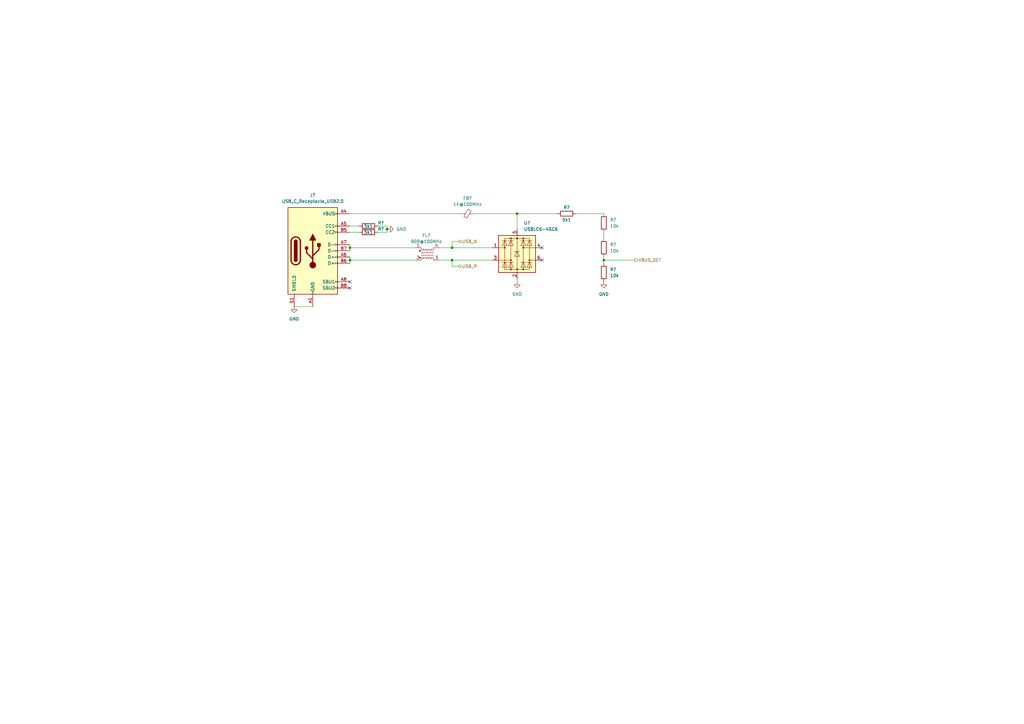
<source format=kicad_sch>
(kicad_sch (version 20211123) (generator eeschema)
  (paper "A3")
  (title_block (title "Kirdy") (date "2022-07-03") (rev "r0.1") (company "M-Labs") (comment 1 "Alex Wong Tat Hang"))
  (lib_symbols
    (symbol "Connector:USB_C_Receptacle_USB2.0" (pin_names (offset 1.016))
      (property "Reference" "J" (at -10.16 19.05 0))
      (property "Value" "USB_C_Receptacle_USB2.0" (at 19.05 19.05 0))
      (symbol "USB_C_Receptacle_USB2.0_0_0"
        (rectangle (start -0.254 -17.78) (end 0.254 -16.764))
        (rectangle (start 10.16 -14.986) (end 9.144 -15.494))
        (rectangle (start 10.16 -12.446) (end 9.144 -12.954))
        (rectangle (start 10.16 -4.826) (end 9.144 -5.334))
        (rectangle (start 10.16 -2.286) (end 9.144 -2.794))
        (rectangle (start 10.16 0.254) (end 9.144 -0.254))
        (rectangle (start 10.16 2.794) (end 9.144 2.286))
        (rectangle (start 10.16 7.874) (end 9.144 7.366))
        (rectangle (start 10.16 10.414) (end 9.144 9.906))
        (rectangle (start 10.16 15.494) (end 9.144 14.986))
      )
      (symbol "USB_C_Receptacle_USB2.0_0_1"
        (rectangle (start -10.16 17.78) (end 10.16 -17.78) (stroke (width 0.254)) (fill (type background)))
        (arc (start -8.89 -3.81) (mid -6.985 -5.715) (end -5.08 -3.81) (stroke (width 0.508)))
        (arc (start -7.62 -3.81) (mid -6.985 -4.445) (end -6.35 -3.81) (stroke (width 0.254)))
        (arc (start -7.62 -3.81) (mid -6.985 -4.445) (end -6.35 -3.81) (stroke (width 0.254)) (fill (type outline)))
        (rectangle (start -7.62 -3.81) (end -6.35 3.81) (stroke (width 0.254)) (fill (type outline)))
        (arc (start -6.35 3.81) (mid -6.985 4.445) (end -7.62 3.81) (stroke (width 0.254)))
        (arc (start -6.35 3.81) (mid -6.985 4.445) (end -7.62 3.81) (stroke (width 0.254)) (fill (type outline)))
        (arc (start -5.08 3.81) (mid -6.985 5.715) (end -8.89 3.81) (stroke (width 0.508)))
        (circle (center -2.54 1.143) (radius 0.635) (stroke (width 0.254)) (fill (type outline)))
        (circle (center 0 -5.842) (radius 1.27) (fill (type outline)))
        (polyline (pts (xy -8.89 -3.81) (xy -8.89 3.81)) (stroke (width 0.508)))
        (polyline (pts (xy -5.08 3.81) (xy -5.08 -3.81)) (stroke (width 0.508)))
        (polyline (pts (xy 0 -5.842) (xy 0 4.318)) (stroke (width 0.508)))
        (polyline (pts (xy 0 -3.302) (xy -2.54 -0.762) (xy -2.54 0.508)) (stroke (width 0.508)))
        (polyline (pts (xy 0 -2.032) (xy 2.54 0.508) (xy 2.54 1.778)) (stroke (width 0.508)))
        (polyline (pts (xy -1.27 4.318) (xy 0 6.858) (xy 1.27 4.318) (xy -1.27 4.318)) (stroke (width 0.254)) (fill (type outline)))
        (rectangle (start 1.905 1.778) (end 3.175 3.048) (stroke (width 0.254)) (fill (type outline)))
      )
      (symbol "USB_C_Receptacle_USB2.0_1_1"
        (pin passive line (at 0 -22.86 90) (length 5.08) (name "GND") (number "A1"))
        (pin passive line (at 0 -22.86 90) (length 5.08) hide (name "GND") (number "A12"))
        (pin passive line (at 15.24 15.24 180) (length 5.08) (name "VBUS") (number "A4"))
        (pin bidirectional line (at 15.24 10.16 180) (length 5.08) (name "CC1") (number "A5"))
        (pin bidirectional line (at 15.24 -2.54 180) (length 5.08) (name "D+") (number "A6"))
        (pin bidirectional line (at 15.24 2.54 180) (length 5.08) (name "D-") (number "A7"))
        (pin bidirectional line (at 15.24 -12.7 180) (length 5.08) (name "SBU1") (number "A8"))
        (pin passive line (at 15.24 15.24 180) (length 5.08) hide (name "VBUS") (number "A9"))
        (pin passive line (at 0 -22.86 90) (length 5.08) hide (name "GND") (number "B1"))
        (pin passive line (at 0 -22.86 90) (length 5.08) hide (name "GND") (number "B12"))
        (pin passive line (at 15.24 15.24 180) (length 5.08) hide (name "VBUS") (number "B4"))
        (pin bidirectional line (at 15.24 7.62 180) (length 5.08) (name "CC2") (number "B5"))
        (pin bidirectional line (at 15.24 -5.08 180) (length 5.08) (name "D+") (number "B6"))
        (pin bidirectional line (at 15.24 0 180) (length 5.08) (name "D-") (number "B7"))
        (pin bidirectional line (at 15.24 -15.24 180) (length 5.08) (name "SBU2") (number "B8"))
        (pin passive line (at 15.24 15.24 180) (length 5.08) hide (name "VBUS") (number "B9"))
        (pin passive line (at -7.62 -22.86 90) (length 5.08) (name "SHIELD") (number "S1"))
      )
    )
    (symbol "Device:FerriteBead_Small" (pin_numbers hide) (pin_names (offset 0))
      (property "Reference" "FB" (at 1.905 1.27 0))
      (property "Value" "FerriteBead_Small" (at 1.905 -1.27 0))
      (symbol "FerriteBead_Small_0_1"
        (polyline (pts (xy 0 -1.27) (xy 0 -0.7874)))
        (polyline (pts (xy 0 0.889) (xy 0 1.2954)))
        (polyline (pts (xy -1.8288 0.2794) (xy -1.1176 1.4986) (xy 1.8288 -0.2032) (xy 1.1176 -1.4224) (xy -1.8288 0.2794)))
      )
      (symbol "FerriteBead_Small_1_1"
        (pin passive line (at 0 2.54 270) (length 1.27) (name "~") (number "1"))
        (pin passive line (at 0 -2.54 90) (length 1.27) (name "~") (number "2"))
      )
    )
    (symbol "Device:Filter_EMI_LL_1423" (pin_names hide)
      (property "Reference" "FL" (at 0 4.445 0))
      (property "Value" "Filter_EMI_LL_1423" (at 0 -4.445 0))
      (symbol "Filter_EMI_LL_1423_0_1"
        (circle (center -3.048 -1.27) (radius 0.254) (fill (type outline)))
        (circle (center -3.048 1.524) (radius 0.254) (fill (type outline)))
        (arc (start -2.54 2.032) (mid -2.032 1.524) (end -1.524 2.032))
        (arc (start -1.524 -2.032) (mid -2.032 -1.524) (end -2.54 -2.032))
        (arc (start -1.524 2.032) (mid -1.016 1.524) (end -0.508 2.032))
        (arc (start -0.508 -2.032) (mid -1.016 -1.524) (end -1.524 -2.032))
        (arc (start -0.508 2.032) (mid 0 1.524) (end 0.508 2.032))
        (polyline (pts (xy -2.54 -2.032) (xy -2.54 -2.54)))
        (polyline (pts (xy -2.54 0.508) (xy 2.54 0.508)))
        (polyline (pts (xy -2.54 2.032) (xy -2.54 2.54)))
        (polyline (pts (xy 2.54 -2.032) (xy 2.54 -2.54)))
        (polyline (pts (xy 2.54 -0.508) (xy -2.54 -0.508)))
        (polyline (pts (xy 2.54 2.54) (xy 2.54 2.032)))
        (arc (start 0.508 -2.032) (mid 0 -1.524) (end -0.508 -2.032))
        (arc (start 0.508 2.032) (mid 1.016 1.524) (end 1.524 2.032))
        (arc (start 1.524 -2.032) (mid 1.016 -1.524) (end 0.508 -2.032))
        (arc (start 1.524 2.032) (mid 2.032 1.524) (end 2.54 2.032))
        (arc (start 2.54 -2.032) (mid 2.032 -1.524) (end 1.524 -2.032))
      )
      (symbol "Filter_EMI_LL_1423_1_1"
        (pin passive line (at -5.08 -2.54 0) (length 2.54) (name "1") (number "1"))
        (pin passive line (at -5.08 2.54 0) (length 2.54) (name "2") (number "2"))
        (pin passive line (at 5.08 2.54 180) (length 2.54) (name "3") (number "3"))
        (pin passive line (at 5.08 -2.54 180) (length 2.54) (name "4") (number "4"))
      )
    )
    (symbol "Device:R" (pin_numbers hide) (pin_names (offset 0))
      (property "Reference" "R" (at 2.032 0 90))
      (property "Value" "R" (at 0 0 90))
      (symbol "R_0_1"
        (rectangle (start -1.016 -2.54) (end 1.016 2.54) (stroke (width 0.254)))
      )
      (symbol "R_1_1"
        (pin passive line (at 0 3.81 270) (length 1.27) (name "~") (number "1"))
        (pin passive line (at 0 -3.81 90) (length 1.27) (name "~") (number "2"))
      )
    )
    (symbol "Power_Protection:USBLC6-4SC6" (pin_names hide)
      (property "Reference" "U" (at 2.54 8.89 0))
      (property "Value" "USBLC6-4SC6" (at 2.54 -8.89 0))
      (symbol "USBLC6-4SC6_0_1"
        (rectangle (start -7.62 -7.62) (end 7.62 7.62) (stroke (width 0.254)) (fill (type background)))
        (circle (center -5.08 2.54) (radius 0.254) (fill (type outline)))
        (circle (center -2.54 -6.35) (radius 0.254) (fill (type outline)))
        (circle (center -2.54 -2.54) (radius 0.254) (fill (type outline)))
        (circle (center -2.54 6.35) (radius 0.254) (fill (type outline)))
        (rectangle (start -2.54 6.35) (end 2.54 -6.35))
        (circle (center 0 -6.35) (radius 0.254) (fill (type outline)))
        (polyline (pts (xy -5.08 2.54) (xy -7.62 2.54)))
        (polyline (pts (xy -4.064 -3.429) (xy -6.096 -3.429)))
        (polyline (pts (xy -4.064 5.461) (xy -6.096 5.461)))
        (polyline (pts (xy -2.54 -2.54) (xy -7.62 -2.54)))
        (polyline (pts (xy -1.524 -3.429) (xy -3.556 -3.429)))
        (polyline (pts (xy -1.524 5.461) (xy -3.556 5.461)))
        (polyline (pts (xy 0 -7.62) (xy 0 -6.35)))
        (polyline (pts (xy 0 -6.35) (xy 0 1.27)))
        (polyline (pts (xy 0 1.27) (xy 0 6.35)))
        (polyline (pts (xy 0 6.35) (xy 0 7.62)))
        (polyline (pts (xy 1.524 -3.429) (xy 3.556 -3.429)))
        (polyline (pts (xy 1.524 5.461) (xy 3.556 5.461)))
        (polyline (pts (xy 2.54 2.54) (xy 7.62 2.54)))
        (polyline (pts (xy 4.064 -3.429) (xy 6.096 -3.429)))
        (polyline (pts (xy 4.064 5.461) (xy 6.096 5.461)))
        (polyline (pts (xy 5.08 -2.54) (xy 7.62 -2.54)))
        (polyline (pts (xy -6.096 -5.461) (xy -4.064 -5.461) (xy -5.08 -3.429) (xy -6.096 -5.461)))
        (polyline (pts (xy -6.096 3.429) (xy -4.064 3.429) (xy -5.08 5.461) (xy -6.096 3.429)))
        (polyline (pts (xy -3.556 -5.461) (xy -1.524 -5.461) (xy -2.54 -3.429) (xy -3.556 -5.461)))
        (polyline (pts (xy -3.556 3.429) (xy -1.524 3.429) (xy -2.54 5.461) (xy -3.556 3.429)))
        (polyline (pts (xy -2.54 6.35) (xy -5.08 6.35) (xy -5.08 -6.35) (xy -2.54 -6.35)))
        (polyline (pts (xy -1.016 -1.016) (xy 1.016 -1.016) (xy 0 1.016) (xy -1.016 -1.016)))
        (polyline (pts (xy 1.016 1.016) (xy 0.762 1.016) (xy -1.016 1.016) (xy -1.016 0.508)))
        (polyline (pts (xy 2.54 6.35) (xy 5.08 6.35) (xy 5.08 -6.35) (xy 2.54 -6.35)))
        (polyline (pts (xy 3.556 -5.461) (xy 1.524 -5.461) (xy 2.54 -3.429) (xy 3.556 -5.461)))
        (polyline (pts (xy 3.556 3.429) (xy 1.524 3.429) (xy 2.54 5.461) (xy 3.556 3.429)))
        (polyline (pts (xy 6.096 -5.461) (xy 4.064 -5.461) (xy 5.08 -3.429) (xy 6.096 -5.461)))
        (polyline (pts (xy 6.096 3.429) (xy 4.064 3.429) (xy 5.08 5.461) (xy 6.096 3.429)))
        (circle (center 0 6.35) (radius 0.254) (fill (type outline)))
        (circle (center 2.54 -6.35) (radius 0.254) (fill (type outline)))
        (circle (center 2.54 2.54) (radius 0.254) (fill (type outline)))
        (circle (center 2.54 6.35) (radius 0.254) (fill (type outline)))
        (circle (center 5.08 -2.54) (radius 0.254) (fill (type outline)))
      )
      (symbol "USBLC6-4SC6_1_1"
        (pin passive line (at -10.16 2.54 0) (length 2.54) (name "I/O1") (number "1"))
        (pin passive line (at 0 -10.16 90) (length 2.54) (name "GND") (number "2"))
        (pin passive line (at -10.16 -2.54 0) (length 2.54) (name "I/O2") (number "3"))
        (pin passive line (at 10.16 2.54 180) (length 2.54) (name "I/O3") (number "4"))
        (pin passive line (at 0 10.16 270) (length 2.54) (name "VBUS") (number "5"))
        (pin passive line (at 10.16 -2.54 180) (length 2.54) (name "I/O4") (number "6"))
      )
    )
    (symbol "power:GND" (power) (pin_names (offset 0))
      (property "Value" "GND" (at 0 -3.81 0))
      (symbol "GND_0_1"
        (polyline (pts (xy 0 0) (xy 0 -1.27) (xy 1.27 -1.27) (xy 0 -2.54) (xy -1.27 -1.27) (xy 0 -1.27)))
      )
      (symbol "GND_1_1"
        (pin power_in line (at 0 0 270) (length 0) hide (name "GND") (number "1"))
      )
    )
  )
  (junction (at 143.51 101.6))
  (junction (at 143.51 106.68))
  (junction (at 212.09 87.63))
  (junction (at 247.65 106.68))
  (junction (at 185.42 101.6))
  (junction (at 158.75 93.98))
  (junction (at 185.42 106.68))
  (no_connect (at 222.25 106.68))
  (no_connect (at 222.25 101.6))
  (no_connect (at 143.51 118.11))
  (no_connect (at 143.51 115.57))
  (wire (pts (xy 143.51 106.68) (xy 143.51 107.95)))
  (wire (pts (xy 185.42 109.22) (xy 185.42 106.68)))
  (wire (pts (xy 143.51 87.63) (xy 189.23 87.63)))
  (wire (pts (xy 180.34 106.68) (xy 185.42 106.68)))
  (wire (pts (xy 158.75 95.25) (xy 158.75 93.98)))
  (wire (pts (xy 247.65 105.41) (xy 247.65 106.68)))
  (wire (pts (xy 187.96 99.06) (xy 185.42 99.06)))
  (wire (pts (xy 212.09 115.57) (xy 212.09 114.3)))
  (wire (pts (xy 247.65 106.68) (xy 247.65 107.95)))
  (wire (pts (xy 158.75 93.98) (xy 158.75 92.71)))
  (wire (pts (xy 180.34 101.6) (xy 185.42 101.6)))
  (wire (pts (xy 247.65 95.25) (xy 247.65 97.79)))
  (wire (pts (xy 143.51 101.6) (xy 143.51 102.87)))
  (wire (pts (xy 143.51 105.41) (xy 143.51 106.68)))
  (wire (pts (xy 236.22 87.63) (xy 247.65 87.63)))
  (wire (pts (xy 154.94 95.25) (xy 158.75 95.25)))
  (wire (pts (xy 158.75 92.71) (xy 154.94 92.71)))
  (wire (pts (xy 120.65 125.73) (xy 128.27 125.73)))
  (wire (pts (xy 212.09 87.63) (xy 212.09 93.98)))
  (wire (pts (xy 185.42 101.6) (xy 201.93 101.6)))
  (wire (pts (xy 194.31 87.63) (xy 212.09 87.63)))
  (wire (pts (xy 143.51 101.6) (xy 170.18 101.6)))
  (wire (pts (xy 143.51 106.68) (xy 170.18 106.68)))
  (wire (pts (xy 185.42 99.06) (xy 185.42 101.6)))
  (wire (pts (xy 143.51 95.25) (xy 147.32 95.25)))
  (wire (pts (xy 247.65 106.68) (xy 260.35 106.68)))
  (wire (pts (xy 212.09 87.63) (xy 228.6 87.63)))
  (wire (pts (xy 187.96 109.22) (xy 185.42 109.22)))
  (wire (pts (xy 185.42 106.68) (xy 201.93 106.68)))
  (wire (pts (xy 143.51 100.33) (xy 143.51 101.6)))
  (wire (pts (xy 143.51 92.71) (xy 147.32 92.71)))
  (hierarchical_label "VBUS_DET" (shape output) (at 260.35 106.68 0))
  (hierarchical_label "USB_N" (shape bidirectional) (at 187.96 99.06 0))
  (hierarchical_label "USB_P" (shape bidirectional) (at 187.96 109.22 0))
  (symbol (lib_id "power:GND") (at 247.65 115.57 0) (unit 1)
    (property "Reference" "#PWR?" (effects hide))
    (property "Value" "GND" (at 247.65 120.65 0))
  )
  (symbol (lib_id "power:GND") (at 158.75 93.98 90) (unit 1)
    (property "Reference" "#PWR?" (effects hide))
    (property "Value" "GND" (at 162.56 93.9799 90) (effects (justify right)))
  )
  (symbol (lib_id "power:GND") (at 212.09 115.57 0) (unit 1)
    (property "Reference" "#PWR?" (effects hide))
    (property "Value" "GND" (at 212.09 120.65 0))
  )
  (symbol (lib_id "Connector:USB_C_Receptacle_USB2.0") (at 128.27 102.87 0) (unit 1)
    (property "Reference" "J?" (at 128.27 80.01 0))
    (property "Value" "USB_C_Receptacle_USB2.0" (at 128.27 82.55 0))
    (property "Datasheet" "https://www.usb.org/sites/default/files/documents/usb_type-c.zip" (effects hide))
  )
  (symbol (lib_id "Device:R") (at 151.13 92.71 90) (unit 1)
    (property "Reference" "R?" (at 156.21 91.44 90))
    (property "Value" "5k1" (at 151.13 92.71 90))
  )
  (symbol (lib_id "Device:R") (at 247.65 111.76 180) (unit 1)
    (property "Reference" "R?" (at 250.19 110.4899 0) (effects (justify right)))
    (property "Value" "10k" (at 250.19 113.0299 0) (effects (justify right)))
  )
  (symbol (lib_id "Power_Protection:USBLC6-4SC6") (at 212.09 104.14 0) (unit 1)
    (property "Reference" "U?" (at 214.8587 91.44 0) (effects (justify left)))
    (property "Value" "USBLC6-4SC6" (at 214.8587 93.98 0) (effects (justify left)))
    (property "Footprint" "Package_TO_SOT_SMD:SOT-23-6" (effects hide))
    (property "Datasheet" "https://www.st.com/resource/en/datasheet/usblc6-4.pdf" (effects hide))
  )
  (symbol (lib_id "Device:FerriteBead_Small") (at 191.77 87.63 90) (unit 1)
    (property "Reference" "FB?" (at 191.7319 81.28 90))
    (property "Value" "1K@100MHz" (at 191.7319 83.82 90))
  )
  (symbol (lib_id "Device:Filter_EMI_LL_1423") (at 175.26 104.14 0) (mirror x) (unit 1)
    (property "Reference" "FL?" (at 174.879 96.52 0))
    (property "Value" "90R@100MHz" (at 174.879 99.06 0))
  )
  (symbol (lib_id "Device:R") (at 151.13 95.25 90) (unit 1)
    (property "Reference" "R?" (at 156.21 93.98 90))
    (property "Value" "5k1" (at 151.13 95.25 90))
  )
  (symbol (lib_id "Device:R") (at 232.41 87.63 90) (unit 1)
    (property "Reference" "R?" (at 232.41 85.09 90))
    (property "Value" "5k1" (at 232.41 90.17 90))
  )
  (symbol (lib_id "Device:R") (at 247.65 101.6 180) (unit 1)
    (property "Reference" "R?" (at 250.19 100.3299 0) (effects (justify right)))
    (property "Value" "10k" (at 250.19 102.8699 0) (effects (justify right)))
  )
  (symbol (lib_id "Device:R") (at 247.65 91.44 180) (unit 1)
    (property "Reference" "R?" (at 250.19 90.1699 0) (effects (justify right)))
    (property "Value" "10k" (at 250.19 92.7099 0) (effects (justify right)))
  )
  (symbol (lib_id "power:GND") (at 120.65 125.73 0) (unit 1)
    (property "Reference" "#PWR?" (effects hide))
    (property "Value" "GND" (at 120.65 130.81 0))
  )
)
</source>
